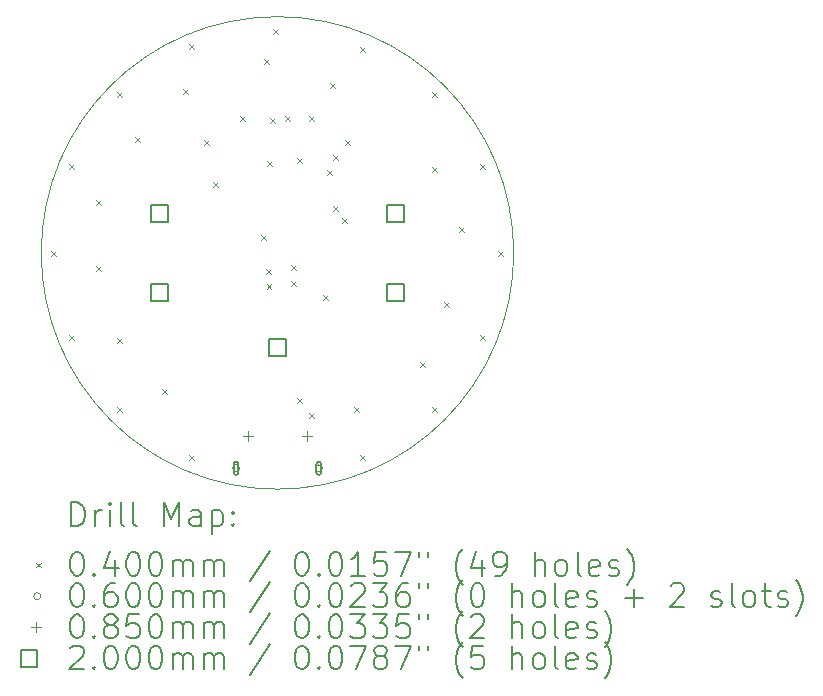
<source format=gbr>
%FSLAX45Y45*%
G04 Gerber Fmt 4.5, Leading zero omitted, Abs format (unit mm)*
G04 Created by KiCad (PCBNEW 6.0.2+dfsg-1) date 2022-08-27 16:01:28*
%MOMM*%
%LPD*%
G01*
G04 APERTURE LIST*
%TA.AperFunction,Profile*%
%ADD10C,0.050000*%
%TD*%
%ADD11C,0.200000*%
%ADD12C,0.040000*%
%ADD13C,0.060000*%
%ADD14C,0.085000*%
G04 APERTURE END LIST*
D10*
X17000000Y-10000000D02*
G75*
G03*
X17000000Y-10000000I-2000000J0D01*
G01*
D11*
D12*
X13086400Y-9987600D02*
X13126400Y-10027600D01*
X13126400Y-9987600D02*
X13086400Y-10027600D01*
X13238800Y-9251000D02*
X13278800Y-9291000D01*
X13278800Y-9251000D02*
X13238800Y-9291000D01*
X13238800Y-10698800D02*
X13278800Y-10738800D01*
X13278800Y-10698800D02*
X13238800Y-10738800D01*
X13467400Y-9555800D02*
X13507400Y-9595800D01*
X13507400Y-9555800D02*
X13467400Y-9595800D01*
X13467400Y-10114600D02*
X13507400Y-10154600D01*
X13507400Y-10114600D02*
X13467400Y-10154600D01*
X13645200Y-8641400D02*
X13685200Y-8681400D01*
X13685200Y-8641400D02*
X13645200Y-8681400D01*
X13645200Y-10724200D02*
X13685200Y-10764200D01*
X13685200Y-10724200D02*
X13645200Y-10764200D01*
X13645200Y-11308400D02*
X13685200Y-11348400D01*
X13685200Y-11308400D02*
X13645200Y-11348400D01*
X13797600Y-9022400D02*
X13837600Y-9062400D01*
X13837600Y-9022400D02*
X13797600Y-9062400D01*
X14026200Y-11156000D02*
X14066200Y-11196000D01*
X14066200Y-11156000D02*
X14026200Y-11196000D01*
X14204000Y-8616000D02*
X14244000Y-8656000D01*
X14244000Y-8616000D02*
X14204000Y-8656000D01*
X14254800Y-8235000D02*
X14294800Y-8275000D01*
X14294800Y-8235000D02*
X14254800Y-8275000D01*
X14254800Y-11714800D02*
X14294800Y-11754800D01*
X14294800Y-11714800D02*
X14254800Y-11754800D01*
X14381800Y-9047800D02*
X14421800Y-9087800D01*
X14421800Y-9047800D02*
X14381800Y-9087800D01*
X14458000Y-9403400D02*
X14498000Y-9443400D01*
X14498000Y-9403400D02*
X14458000Y-9443400D01*
X14686600Y-8844600D02*
X14726600Y-8884600D01*
X14726600Y-8844600D02*
X14686600Y-8884600D01*
X14864400Y-9847900D02*
X14904400Y-9887900D01*
X14904400Y-9847900D02*
X14864400Y-9887900D01*
X14889800Y-8362000D02*
X14929800Y-8402000D01*
X14929800Y-8362000D02*
X14889800Y-8402000D01*
X14902500Y-10140000D02*
X14942500Y-10180000D01*
X14942500Y-10140000D02*
X14902500Y-10180000D01*
X14907500Y-10267000D02*
X14947500Y-10307000D01*
X14947500Y-10267000D02*
X14907500Y-10307000D01*
X14915200Y-9225600D02*
X14955200Y-9265600D01*
X14955200Y-9225600D02*
X14915200Y-9265600D01*
X14940600Y-8857300D02*
X14980600Y-8897300D01*
X14980600Y-8857300D02*
X14940600Y-8897300D01*
X14966000Y-8108000D02*
X15006000Y-8148000D01*
X15006000Y-8108000D02*
X14966000Y-8148000D01*
X15067600Y-8844600D02*
X15107600Y-8884600D01*
X15107600Y-8844600D02*
X15067600Y-8884600D01*
X15118400Y-10101900D02*
X15158400Y-10141900D01*
X15158400Y-10101900D02*
X15118400Y-10141900D01*
X15118400Y-10241600D02*
X15158400Y-10281600D01*
X15158400Y-10241600D02*
X15118400Y-10281600D01*
X15169200Y-9200200D02*
X15209200Y-9240200D01*
X15209200Y-9200200D02*
X15169200Y-9240200D01*
X15169200Y-11232200D02*
X15209200Y-11272200D01*
X15209200Y-11232200D02*
X15169200Y-11272200D01*
X15270800Y-8844600D02*
X15310800Y-8884600D01*
X15310800Y-8844600D02*
X15270800Y-8884600D01*
X15270800Y-11359200D02*
X15310800Y-11399200D01*
X15310800Y-11359200D02*
X15270800Y-11399200D01*
X15385100Y-10355900D02*
X15425100Y-10395900D01*
X15425100Y-10355900D02*
X15385100Y-10395900D01*
X15423200Y-9301800D02*
X15463200Y-9341800D01*
X15463200Y-9301800D02*
X15423200Y-9341800D01*
X15448600Y-8565200D02*
X15488600Y-8605200D01*
X15488600Y-8565200D02*
X15448600Y-8605200D01*
X15474000Y-9174800D02*
X15514000Y-9214800D01*
X15514000Y-9174800D02*
X15474000Y-9214800D01*
X15474000Y-9606600D02*
X15514000Y-9646600D01*
X15514000Y-9606600D02*
X15474000Y-9646600D01*
X15550200Y-9708200D02*
X15590200Y-9748200D01*
X15590200Y-9708200D02*
X15550200Y-9748200D01*
X15575600Y-9047800D02*
X15615600Y-9087800D01*
X15615600Y-9047800D02*
X15575600Y-9087800D01*
X15651800Y-11308400D02*
X15691800Y-11348400D01*
X15691800Y-11308400D02*
X15651800Y-11348400D01*
X15702600Y-8260400D02*
X15742600Y-8300400D01*
X15742600Y-8260400D02*
X15702600Y-8300400D01*
X15702600Y-11714800D02*
X15742600Y-11754800D01*
X15742600Y-11714800D02*
X15702600Y-11754800D01*
X16210600Y-10927400D02*
X16250600Y-10967400D01*
X16250600Y-10927400D02*
X16210600Y-10967400D01*
X16312200Y-8641400D02*
X16352200Y-8681400D01*
X16352200Y-8641400D02*
X16312200Y-8681400D01*
X16312200Y-9276400D02*
X16352200Y-9316400D01*
X16352200Y-9276400D02*
X16312200Y-9316400D01*
X16312200Y-11308400D02*
X16352200Y-11348400D01*
X16352200Y-11308400D02*
X16312200Y-11348400D01*
X16413800Y-10419400D02*
X16453800Y-10459400D01*
X16453800Y-10419400D02*
X16413800Y-10459400D01*
X16540800Y-9784400D02*
X16580800Y-9824400D01*
X16580800Y-9784400D02*
X16540800Y-9824400D01*
X16718600Y-9251000D02*
X16758600Y-9291000D01*
X16758600Y-9251000D02*
X16718600Y-9291000D01*
X16718600Y-10698800D02*
X16758600Y-10738800D01*
X16758600Y-10698800D02*
X16718600Y-10738800D01*
X16871000Y-9987600D02*
X16911000Y-10027600D01*
X16911000Y-9987600D02*
X16871000Y-10027600D01*
D13*
X14680000Y-11823750D02*
G75*
G03*
X14680000Y-11823750I-30000J0D01*
G01*
D11*
X14670000Y-11858750D02*
X14670000Y-11788750D01*
X14630000Y-11858750D02*
X14630000Y-11788750D01*
X14670000Y-11788750D02*
G75*
G03*
X14630000Y-11788750I-20000J0D01*
G01*
X14630000Y-11858750D02*
G75*
G03*
X14670000Y-11858750I20000J0D01*
G01*
D13*
X15380000Y-11823750D02*
G75*
G03*
X15380000Y-11823750I-30000J0D01*
G01*
D11*
X15330000Y-11788750D02*
X15330000Y-11858750D01*
X15370000Y-11788750D02*
X15370000Y-11858750D01*
X15330000Y-11858750D02*
G75*
G03*
X15370000Y-11858750I20000J0D01*
G01*
X15370000Y-11788750D02*
G75*
G03*
X15330000Y-11788750I-20000J0D01*
G01*
D14*
X14750000Y-11511250D02*
X14750000Y-11596250D01*
X14707500Y-11553750D02*
X14792500Y-11553750D01*
X15250000Y-11511250D02*
X15250000Y-11596250D01*
X15207500Y-11553750D02*
X15292500Y-11553750D01*
D11*
X14070711Y-9737711D02*
X14070711Y-9596289D01*
X13929289Y-9596289D01*
X13929289Y-9737711D01*
X14070711Y-9737711D01*
X14070711Y-10403711D02*
X14070711Y-10262289D01*
X13929289Y-10262289D01*
X13929289Y-10403711D01*
X14070711Y-10403711D01*
X15070711Y-10870711D02*
X15070711Y-10729289D01*
X14929289Y-10729289D01*
X14929289Y-10870711D01*
X15070711Y-10870711D01*
X16070711Y-9737711D02*
X16070711Y-9596289D01*
X15929289Y-9596289D01*
X15929289Y-9737711D01*
X16070711Y-9737711D01*
X16070711Y-10403711D02*
X16070711Y-10262289D01*
X15929289Y-10262289D01*
X15929289Y-10403711D01*
X16070711Y-10403711D01*
X13255119Y-12312976D02*
X13255119Y-12112976D01*
X13302738Y-12112976D01*
X13331309Y-12122500D01*
X13350357Y-12141548D01*
X13359881Y-12160595D01*
X13369405Y-12198690D01*
X13369405Y-12227262D01*
X13359881Y-12265357D01*
X13350357Y-12284405D01*
X13331309Y-12303452D01*
X13302738Y-12312976D01*
X13255119Y-12312976D01*
X13455119Y-12312976D02*
X13455119Y-12179643D01*
X13455119Y-12217738D02*
X13464643Y-12198690D01*
X13474167Y-12189167D01*
X13493214Y-12179643D01*
X13512262Y-12179643D01*
X13578928Y-12312976D02*
X13578928Y-12179643D01*
X13578928Y-12112976D02*
X13569405Y-12122500D01*
X13578928Y-12132024D01*
X13588452Y-12122500D01*
X13578928Y-12112976D01*
X13578928Y-12132024D01*
X13702738Y-12312976D02*
X13683690Y-12303452D01*
X13674167Y-12284405D01*
X13674167Y-12112976D01*
X13807500Y-12312976D02*
X13788452Y-12303452D01*
X13778928Y-12284405D01*
X13778928Y-12112976D01*
X14036071Y-12312976D02*
X14036071Y-12112976D01*
X14102738Y-12255833D01*
X14169405Y-12112976D01*
X14169405Y-12312976D01*
X14350357Y-12312976D02*
X14350357Y-12208214D01*
X14340833Y-12189167D01*
X14321786Y-12179643D01*
X14283690Y-12179643D01*
X14264643Y-12189167D01*
X14350357Y-12303452D02*
X14331309Y-12312976D01*
X14283690Y-12312976D01*
X14264643Y-12303452D01*
X14255119Y-12284405D01*
X14255119Y-12265357D01*
X14264643Y-12246309D01*
X14283690Y-12236786D01*
X14331309Y-12236786D01*
X14350357Y-12227262D01*
X14445595Y-12179643D02*
X14445595Y-12379643D01*
X14445595Y-12189167D02*
X14464643Y-12179643D01*
X14502738Y-12179643D01*
X14521786Y-12189167D01*
X14531309Y-12198690D01*
X14540833Y-12217738D01*
X14540833Y-12274881D01*
X14531309Y-12293928D01*
X14521786Y-12303452D01*
X14502738Y-12312976D01*
X14464643Y-12312976D01*
X14445595Y-12303452D01*
X14626548Y-12293928D02*
X14636071Y-12303452D01*
X14626548Y-12312976D01*
X14617024Y-12303452D01*
X14626548Y-12293928D01*
X14626548Y-12312976D01*
X14626548Y-12189167D02*
X14636071Y-12198690D01*
X14626548Y-12208214D01*
X14617024Y-12198690D01*
X14626548Y-12189167D01*
X14626548Y-12208214D01*
D12*
X12957500Y-12622500D02*
X12997500Y-12662500D01*
X12997500Y-12622500D02*
X12957500Y-12662500D01*
D11*
X13293214Y-12532976D02*
X13312262Y-12532976D01*
X13331309Y-12542500D01*
X13340833Y-12552024D01*
X13350357Y-12571071D01*
X13359881Y-12609167D01*
X13359881Y-12656786D01*
X13350357Y-12694881D01*
X13340833Y-12713928D01*
X13331309Y-12723452D01*
X13312262Y-12732976D01*
X13293214Y-12732976D01*
X13274167Y-12723452D01*
X13264643Y-12713928D01*
X13255119Y-12694881D01*
X13245595Y-12656786D01*
X13245595Y-12609167D01*
X13255119Y-12571071D01*
X13264643Y-12552024D01*
X13274167Y-12542500D01*
X13293214Y-12532976D01*
X13445595Y-12713928D02*
X13455119Y-12723452D01*
X13445595Y-12732976D01*
X13436071Y-12723452D01*
X13445595Y-12713928D01*
X13445595Y-12732976D01*
X13626548Y-12599643D02*
X13626548Y-12732976D01*
X13578928Y-12523452D02*
X13531309Y-12666309D01*
X13655119Y-12666309D01*
X13769405Y-12532976D02*
X13788452Y-12532976D01*
X13807500Y-12542500D01*
X13817024Y-12552024D01*
X13826548Y-12571071D01*
X13836071Y-12609167D01*
X13836071Y-12656786D01*
X13826548Y-12694881D01*
X13817024Y-12713928D01*
X13807500Y-12723452D01*
X13788452Y-12732976D01*
X13769405Y-12732976D01*
X13750357Y-12723452D01*
X13740833Y-12713928D01*
X13731309Y-12694881D01*
X13721786Y-12656786D01*
X13721786Y-12609167D01*
X13731309Y-12571071D01*
X13740833Y-12552024D01*
X13750357Y-12542500D01*
X13769405Y-12532976D01*
X13959881Y-12532976D02*
X13978928Y-12532976D01*
X13997976Y-12542500D01*
X14007500Y-12552024D01*
X14017024Y-12571071D01*
X14026548Y-12609167D01*
X14026548Y-12656786D01*
X14017024Y-12694881D01*
X14007500Y-12713928D01*
X13997976Y-12723452D01*
X13978928Y-12732976D01*
X13959881Y-12732976D01*
X13940833Y-12723452D01*
X13931309Y-12713928D01*
X13921786Y-12694881D01*
X13912262Y-12656786D01*
X13912262Y-12609167D01*
X13921786Y-12571071D01*
X13931309Y-12552024D01*
X13940833Y-12542500D01*
X13959881Y-12532976D01*
X14112262Y-12732976D02*
X14112262Y-12599643D01*
X14112262Y-12618690D02*
X14121786Y-12609167D01*
X14140833Y-12599643D01*
X14169405Y-12599643D01*
X14188452Y-12609167D01*
X14197976Y-12628214D01*
X14197976Y-12732976D01*
X14197976Y-12628214D02*
X14207500Y-12609167D01*
X14226548Y-12599643D01*
X14255119Y-12599643D01*
X14274167Y-12609167D01*
X14283690Y-12628214D01*
X14283690Y-12732976D01*
X14378928Y-12732976D02*
X14378928Y-12599643D01*
X14378928Y-12618690D02*
X14388452Y-12609167D01*
X14407500Y-12599643D01*
X14436071Y-12599643D01*
X14455119Y-12609167D01*
X14464643Y-12628214D01*
X14464643Y-12732976D01*
X14464643Y-12628214D02*
X14474167Y-12609167D01*
X14493214Y-12599643D01*
X14521786Y-12599643D01*
X14540833Y-12609167D01*
X14550357Y-12628214D01*
X14550357Y-12732976D01*
X14940833Y-12523452D02*
X14769405Y-12780595D01*
X15197976Y-12532976D02*
X15217024Y-12532976D01*
X15236071Y-12542500D01*
X15245595Y-12552024D01*
X15255119Y-12571071D01*
X15264643Y-12609167D01*
X15264643Y-12656786D01*
X15255119Y-12694881D01*
X15245595Y-12713928D01*
X15236071Y-12723452D01*
X15217024Y-12732976D01*
X15197976Y-12732976D01*
X15178928Y-12723452D01*
X15169405Y-12713928D01*
X15159881Y-12694881D01*
X15150357Y-12656786D01*
X15150357Y-12609167D01*
X15159881Y-12571071D01*
X15169405Y-12552024D01*
X15178928Y-12542500D01*
X15197976Y-12532976D01*
X15350357Y-12713928D02*
X15359881Y-12723452D01*
X15350357Y-12732976D01*
X15340833Y-12723452D01*
X15350357Y-12713928D01*
X15350357Y-12732976D01*
X15483690Y-12532976D02*
X15502738Y-12532976D01*
X15521786Y-12542500D01*
X15531309Y-12552024D01*
X15540833Y-12571071D01*
X15550357Y-12609167D01*
X15550357Y-12656786D01*
X15540833Y-12694881D01*
X15531309Y-12713928D01*
X15521786Y-12723452D01*
X15502738Y-12732976D01*
X15483690Y-12732976D01*
X15464643Y-12723452D01*
X15455119Y-12713928D01*
X15445595Y-12694881D01*
X15436071Y-12656786D01*
X15436071Y-12609167D01*
X15445595Y-12571071D01*
X15455119Y-12552024D01*
X15464643Y-12542500D01*
X15483690Y-12532976D01*
X15740833Y-12732976D02*
X15626548Y-12732976D01*
X15683690Y-12732976D02*
X15683690Y-12532976D01*
X15664643Y-12561548D01*
X15645595Y-12580595D01*
X15626548Y-12590119D01*
X15921786Y-12532976D02*
X15826548Y-12532976D01*
X15817024Y-12628214D01*
X15826548Y-12618690D01*
X15845595Y-12609167D01*
X15893214Y-12609167D01*
X15912262Y-12618690D01*
X15921786Y-12628214D01*
X15931309Y-12647262D01*
X15931309Y-12694881D01*
X15921786Y-12713928D01*
X15912262Y-12723452D01*
X15893214Y-12732976D01*
X15845595Y-12732976D01*
X15826548Y-12723452D01*
X15817024Y-12713928D01*
X15997976Y-12532976D02*
X16131309Y-12532976D01*
X16045595Y-12732976D01*
X16197976Y-12532976D02*
X16197976Y-12571071D01*
X16274167Y-12532976D02*
X16274167Y-12571071D01*
X16569405Y-12809167D02*
X16559881Y-12799643D01*
X16540833Y-12771071D01*
X16531309Y-12752024D01*
X16521786Y-12723452D01*
X16512262Y-12675833D01*
X16512262Y-12637738D01*
X16521786Y-12590119D01*
X16531309Y-12561548D01*
X16540833Y-12542500D01*
X16559881Y-12513928D01*
X16569405Y-12504405D01*
X16731309Y-12599643D02*
X16731309Y-12732976D01*
X16683690Y-12523452D02*
X16636071Y-12666309D01*
X16759881Y-12666309D01*
X16845595Y-12732976D02*
X16883690Y-12732976D01*
X16902738Y-12723452D01*
X16912262Y-12713928D01*
X16931310Y-12685357D01*
X16940833Y-12647262D01*
X16940833Y-12571071D01*
X16931310Y-12552024D01*
X16921786Y-12542500D01*
X16902738Y-12532976D01*
X16864643Y-12532976D01*
X16845595Y-12542500D01*
X16836071Y-12552024D01*
X16826548Y-12571071D01*
X16826548Y-12618690D01*
X16836071Y-12637738D01*
X16845595Y-12647262D01*
X16864643Y-12656786D01*
X16902738Y-12656786D01*
X16921786Y-12647262D01*
X16931310Y-12637738D01*
X16940833Y-12618690D01*
X17178929Y-12732976D02*
X17178929Y-12532976D01*
X17264643Y-12732976D02*
X17264643Y-12628214D01*
X17255119Y-12609167D01*
X17236071Y-12599643D01*
X17207500Y-12599643D01*
X17188452Y-12609167D01*
X17178929Y-12618690D01*
X17388452Y-12732976D02*
X17369405Y-12723452D01*
X17359881Y-12713928D01*
X17350357Y-12694881D01*
X17350357Y-12637738D01*
X17359881Y-12618690D01*
X17369405Y-12609167D01*
X17388452Y-12599643D01*
X17417024Y-12599643D01*
X17436071Y-12609167D01*
X17445595Y-12618690D01*
X17455119Y-12637738D01*
X17455119Y-12694881D01*
X17445595Y-12713928D01*
X17436071Y-12723452D01*
X17417024Y-12732976D01*
X17388452Y-12732976D01*
X17569405Y-12732976D02*
X17550357Y-12723452D01*
X17540833Y-12704405D01*
X17540833Y-12532976D01*
X17721786Y-12723452D02*
X17702738Y-12732976D01*
X17664643Y-12732976D01*
X17645595Y-12723452D01*
X17636071Y-12704405D01*
X17636071Y-12628214D01*
X17645595Y-12609167D01*
X17664643Y-12599643D01*
X17702738Y-12599643D01*
X17721786Y-12609167D01*
X17731310Y-12628214D01*
X17731310Y-12647262D01*
X17636071Y-12666309D01*
X17807500Y-12723452D02*
X17826548Y-12732976D01*
X17864643Y-12732976D01*
X17883690Y-12723452D01*
X17893214Y-12704405D01*
X17893214Y-12694881D01*
X17883690Y-12675833D01*
X17864643Y-12666309D01*
X17836071Y-12666309D01*
X17817024Y-12656786D01*
X17807500Y-12637738D01*
X17807500Y-12628214D01*
X17817024Y-12609167D01*
X17836071Y-12599643D01*
X17864643Y-12599643D01*
X17883690Y-12609167D01*
X17959881Y-12809167D02*
X17969405Y-12799643D01*
X17988452Y-12771071D01*
X17997976Y-12752024D01*
X18007500Y-12723452D01*
X18017024Y-12675833D01*
X18017024Y-12637738D01*
X18007500Y-12590119D01*
X17997976Y-12561548D01*
X17988452Y-12542500D01*
X17969405Y-12513928D01*
X17959881Y-12504405D01*
D13*
X12997500Y-12906500D02*
G75*
G03*
X12997500Y-12906500I-30000J0D01*
G01*
D11*
X13293214Y-12796976D02*
X13312262Y-12796976D01*
X13331309Y-12806500D01*
X13340833Y-12816024D01*
X13350357Y-12835071D01*
X13359881Y-12873167D01*
X13359881Y-12920786D01*
X13350357Y-12958881D01*
X13340833Y-12977928D01*
X13331309Y-12987452D01*
X13312262Y-12996976D01*
X13293214Y-12996976D01*
X13274167Y-12987452D01*
X13264643Y-12977928D01*
X13255119Y-12958881D01*
X13245595Y-12920786D01*
X13245595Y-12873167D01*
X13255119Y-12835071D01*
X13264643Y-12816024D01*
X13274167Y-12806500D01*
X13293214Y-12796976D01*
X13445595Y-12977928D02*
X13455119Y-12987452D01*
X13445595Y-12996976D01*
X13436071Y-12987452D01*
X13445595Y-12977928D01*
X13445595Y-12996976D01*
X13626548Y-12796976D02*
X13588452Y-12796976D01*
X13569405Y-12806500D01*
X13559881Y-12816024D01*
X13540833Y-12844595D01*
X13531309Y-12882690D01*
X13531309Y-12958881D01*
X13540833Y-12977928D01*
X13550357Y-12987452D01*
X13569405Y-12996976D01*
X13607500Y-12996976D01*
X13626548Y-12987452D01*
X13636071Y-12977928D01*
X13645595Y-12958881D01*
X13645595Y-12911262D01*
X13636071Y-12892214D01*
X13626548Y-12882690D01*
X13607500Y-12873167D01*
X13569405Y-12873167D01*
X13550357Y-12882690D01*
X13540833Y-12892214D01*
X13531309Y-12911262D01*
X13769405Y-12796976D02*
X13788452Y-12796976D01*
X13807500Y-12806500D01*
X13817024Y-12816024D01*
X13826548Y-12835071D01*
X13836071Y-12873167D01*
X13836071Y-12920786D01*
X13826548Y-12958881D01*
X13817024Y-12977928D01*
X13807500Y-12987452D01*
X13788452Y-12996976D01*
X13769405Y-12996976D01*
X13750357Y-12987452D01*
X13740833Y-12977928D01*
X13731309Y-12958881D01*
X13721786Y-12920786D01*
X13721786Y-12873167D01*
X13731309Y-12835071D01*
X13740833Y-12816024D01*
X13750357Y-12806500D01*
X13769405Y-12796976D01*
X13959881Y-12796976D02*
X13978928Y-12796976D01*
X13997976Y-12806500D01*
X14007500Y-12816024D01*
X14017024Y-12835071D01*
X14026548Y-12873167D01*
X14026548Y-12920786D01*
X14017024Y-12958881D01*
X14007500Y-12977928D01*
X13997976Y-12987452D01*
X13978928Y-12996976D01*
X13959881Y-12996976D01*
X13940833Y-12987452D01*
X13931309Y-12977928D01*
X13921786Y-12958881D01*
X13912262Y-12920786D01*
X13912262Y-12873167D01*
X13921786Y-12835071D01*
X13931309Y-12816024D01*
X13940833Y-12806500D01*
X13959881Y-12796976D01*
X14112262Y-12996976D02*
X14112262Y-12863643D01*
X14112262Y-12882690D02*
X14121786Y-12873167D01*
X14140833Y-12863643D01*
X14169405Y-12863643D01*
X14188452Y-12873167D01*
X14197976Y-12892214D01*
X14197976Y-12996976D01*
X14197976Y-12892214D02*
X14207500Y-12873167D01*
X14226548Y-12863643D01*
X14255119Y-12863643D01*
X14274167Y-12873167D01*
X14283690Y-12892214D01*
X14283690Y-12996976D01*
X14378928Y-12996976D02*
X14378928Y-12863643D01*
X14378928Y-12882690D02*
X14388452Y-12873167D01*
X14407500Y-12863643D01*
X14436071Y-12863643D01*
X14455119Y-12873167D01*
X14464643Y-12892214D01*
X14464643Y-12996976D01*
X14464643Y-12892214D02*
X14474167Y-12873167D01*
X14493214Y-12863643D01*
X14521786Y-12863643D01*
X14540833Y-12873167D01*
X14550357Y-12892214D01*
X14550357Y-12996976D01*
X14940833Y-12787452D02*
X14769405Y-13044595D01*
X15197976Y-12796976D02*
X15217024Y-12796976D01*
X15236071Y-12806500D01*
X15245595Y-12816024D01*
X15255119Y-12835071D01*
X15264643Y-12873167D01*
X15264643Y-12920786D01*
X15255119Y-12958881D01*
X15245595Y-12977928D01*
X15236071Y-12987452D01*
X15217024Y-12996976D01*
X15197976Y-12996976D01*
X15178928Y-12987452D01*
X15169405Y-12977928D01*
X15159881Y-12958881D01*
X15150357Y-12920786D01*
X15150357Y-12873167D01*
X15159881Y-12835071D01*
X15169405Y-12816024D01*
X15178928Y-12806500D01*
X15197976Y-12796976D01*
X15350357Y-12977928D02*
X15359881Y-12987452D01*
X15350357Y-12996976D01*
X15340833Y-12987452D01*
X15350357Y-12977928D01*
X15350357Y-12996976D01*
X15483690Y-12796976D02*
X15502738Y-12796976D01*
X15521786Y-12806500D01*
X15531309Y-12816024D01*
X15540833Y-12835071D01*
X15550357Y-12873167D01*
X15550357Y-12920786D01*
X15540833Y-12958881D01*
X15531309Y-12977928D01*
X15521786Y-12987452D01*
X15502738Y-12996976D01*
X15483690Y-12996976D01*
X15464643Y-12987452D01*
X15455119Y-12977928D01*
X15445595Y-12958881D01*
X15436071Y-12920786D01*
X15436071Y-12873167D01*
X15445595Y-12835071D01*
X15455119Y-12816024D01*
X15464643Y-12806500D01*
X15483690Y-12796976D01*
X15626548Y-12816024D02*
X15636071Y-12806500D01*
X15655119Y-12796976D01*
X15702738Y-12796976D01*
X15721786Y-12806500D01*
X15731309Y-12816024D01*
X15740833Y-12835071D01*
X15740833Y-12854119D01*
X15731309Y-12882690D01*
X15617024Y-12996976D01*
X15740833Y-12996976D01*
X15807500Y-12796976D02*
X15931309Y-12796976D01*
X15864643Y-12873167D01*
X15893214Y-12873167D01*
X15912262Y-12882690D01*
X15921786Y-12892214D01*
X15931309Y-12911262D01*
X15931309Y-12958881D01*
X15921786Y-12977928D01*
X15912262Y-12987452D01*
X15893214Y-12996976D01*
X15836071Y-12996976D01*
X15817024Y-12987452D01*
X15807500Y-12977928D01*
X16102738Y-12796976D02*
X16064643Y-12796976D01*
X16045595Y-12806500D01*
X16036071Y-12816024D01*
X16017024Y-12844595D01*
X16007500Y-12882690D01*
X16007500Y-12958881D01*
X16017024Y-12977928D01*
X16026548Y-12987452D01*
X16045595Y-12996976D01*
X16083690Y-12996976D01*
X16102738Y-12987452D01*
X16112262Y-12977928D01*
X16121786Y-12958881D01*
X16121786Y-12911262D01*
X16112262Y-12892214D01*
X16102738Y-12882690D01*
X16083690Y-12873167D01*
X16045595Y-12873167D01*
X16026548Y-12882690D01*
X16017024Y-12892214D01*
X16007500Y-12911262D01*
X16197976Y-12796976D02*
X16197976Y-12835071D01*
X16274167Y-12796976D02*
X16274167Y-12835071D01*
X16569405Y-13073167D02*
X16559881Y-13063643D01*
X16540833Y-13035071D01*
X16531309Y-13016024D01*
X16521786Y-12987452D01*
X16512262Y-12939833D01*
X16512262Y-12901738D01*
X16521786Y-12854119D01*
X16531309Y-12825548D01*
X16540833Y-12806500D01*
X16559881Y-12777928D01*
X16569405Y-12768405D01*
X16683690Y-12796976D02*
X16702738Y-12796976D01*
X16721786Y-12806500D01*
X16731309Y-12816024D01*
X16740833Y-12835071D01*
X16750357Y-12873167D01*
X16750357Y-12920786D01*
X16740833Y-12958881D01*
X16731309Y-12977928D01*
X16721786Y-12987452D01*
X16702738Y-12996976D01*
X16683690Y-12996976D01*
X16664643Y-12987452D01*
X16655119Y-12977928D01*
X16645595Y-12958881D01*
X16636071Y-12920786D01*
X16636071Y-12873167D01*
X16645595Y-12835071D01*
X16655119Y-12816024D01*
X16664643Y-12806500D01*
X16683690Y-12796976D01*
X16988452Y-12996976D02*
X16988452Y-12796976D01*
X17074167Y-12996976D02*
X17074167Y-12892214D01*
X17064643Y-12873167D01*
X17045595Y-12863643D01*
X17017024Y-12863643D01*
X16997976Y-12873167D01*
X16988452Y-12882690D01*
X17197976Y-12996976D02*
X17178929Y-12987452D01*
X17169405Y-12977928D01*
X17159881Y-12958881D01*
X17159881Y-12901738D01*
X17169405Y-12882690D01*
X17178929Y-12873167D01*
X17197976Y-12863643D01*
X17226548Y-12863643D01*
X17245595Y-12873167D01*
X17255119Y-12882690D01*
X17264643Y-12901738D01*
X17264643Y-12958881D01*
X17255119Y-12977928D01*
X17245595Y-12987452D01*
X17226548Y-12996976D01*
X17197976Y-12996976D01*
X17378929Y-12996976D02*
X17359881Y-12987452D01*
X17350357Y-12968405D01*
X17350357Y-12796976D01*
X17531310Y-12987452D02*
X17512262Y-12996976D01*
X17474167Y-12996976D01*
X17455119Y-12987452D01*
X17445595Y-12968405D01*
X17445595Y-12892214D01*
X17455119Y-12873167D01*
X17474167Y-12863643D01*
X17512262Y-12863643D01*
X17531310Y-12873167D01*
X17540833Y-12892214D01*
X17540833Y-12911262D01*
X17445595Y-12930309D01*
X17617024Y-12987452D02*
X17636071Y-12996976D01*
X17674167Y-12996976D01*
X17693214Y-12987452D01*
X17702738Y-12968405D01*
X17702738Y-12958881D01*
X17693214Y-12939833D01*
X17674167Y-12930309D01*
X17645595Y-12930309D01*
X17626548Y-12920786D01*
X17617024Y-12901738D01*
X17617024Y-12892214D01*
X17626548Y-12873167D01*
X17645595Y-12863643D01*
X17674167Y-12863643D01*
X17693214Y-12873167D01*
X17940833Y-12920786D02*
X18093214Y-12920786D01*
X18017024Y-12996976D02*
X18017024Y-12844595D01*
X18331310Y-12816024D02*
X18340833Y-12806500D01*
X18359881Y-12796976D01*
X18407500Y-12796976D01*
X18426548Y-12806500D01*
X18436071Y-12816024D01*
X18445595Y-12835071D01*
X18445595Y-12854119D01*
X18436071Y-12882690D01*
X18321786Y-12996976D01*
X18445595Y-12996976D01*
X18674167Y-12987452D02*
X18693214Y-12996976D01*
X18731310Y-12996976D01*
X18750357Y-12987452D01*
X18759881Y-12968405D01*
X18759881Y-12958881D01*
X18750357Y-12939833D01*
X18731310Y-12930309D01*
X18702738Y-12930309D01*
X18683690Y-12920786D01*
X18674167Y-12901738D01*
X18674167Y-12892214D01*
X18683690Y-12873167D01*
X18702738Y-12863643D01*
X18731310Y-12863643D01*
X18750357Y-12873167D01*
X18874167Y-12996976D02*
X18855119Y-12987452D01*
X18845595Y-12968405D01*
X18845595Y-12796976D01*
X18978929Y-12996976D02*
X18959881Y-12987452D01*
X18950357Y-12977928D01*
X18940833Y-12958881D01*
X18940833Y-12901738D01*
X18950357Y-12882690D01*
X18959881Y-12873167D01*
X18978929Y-12863643D01*
X19007500Y-12863643D01*
X19026548Y-12873167D01*
X19036071Y-12882690D01*
X19045595Y-12901738D01*
X19045595Y-12958881D01*
X19036071Y-12977928D01*
X19026548Y-12987452D01*
X19007500Y-12996976D01*
X18978929Y-12996976D01*
X19102738Y-12863643D02*
X19178929Y-12863643D01*
X19131310Y-12796976D02*
X19131310Y-12968405D01*
X19140833Y-12987452D01*
X19159881Y-12996976D01*
X19178929Y-12996976D01*
X19236071Y-12987452D02*
X19255119Y-12996976D01*
X19293214Y-12996976D01*
X19312262Y-12987452D01*
X19321786Y-12968405D01*
X19321786Y-12958881D01*
X19312262Y-12939833D01*
X19293214Y-12930309D01*
X19264643Y-12930309D01*
X19245595Y-12920786D01*
X19236071Y-12901738D01*
X19236071Y-12892214D01*
X19245595Y-12873167D01*
X19264643Y-12863643D01*
X19293214Y-12863643D01*
X19312262Y-12873167D01*
X19388452Y-13073167D02*
X19397976Y-13063643D01*
X19417024Y-13035071D01*
X19426548Y-13016024D01*
X19436071Y-12987452D01*
X19445595Y-12939833D01*
X19445595Y-12901738D01*
X19436071Y-12854119D01*
X19426548Y-12825548D01*
X19417024Y-12806500D01*
X19397976Y-12777928D01*
X19388452Y-12768405D01*
D14*
X12955000Y-13128000D02*
X12955000Y-13213000D01*
X12912500Y-13170500D02*
X12997500Y-13170500D01*
D11*
X13293214Y-13060976D02*
X13312262Y-13060976D01*
X13331309Y-13070500D01*
X13340833Y-13080024D01*
X13350357Y-13099071D01*
X13359881Y-13137167D01*
X13359881Y-13184786D01*
X13350357Y-13222881D01*
X13340833Y-13241928D01*
X13331309Y-13251452D01*
X13312262Y-13260976D01*
X13293214Y-13260976D01*
X13274167Y-13251452D01*
X13264643Y-13241928D01*
X13255119Y-13222881D01*
X13245595Y-13184786D01*
X13245595Y-13137167D01*
X13255119Y-13099071D01*
X13264643Y-13080024D01*
X13274167Y-13070500D01*
X13293214Y-13060976D01*
X13445595Y-13241928D02*
X13455119Y-13251452D01*
X13445595Y-13260976D01*
X13436071Y-13251452D01*
X13445595Y-13241928D01*
X13445595Y-13260976D01*
X13569405Y-13146690D02*
X13550357Y-13137167D01*
X13540833Y-13127643D01*
X13531309Y-13108595D01*
X13531309Y-13099071D01*
X13540833Y-13080024D01*
X13550357Y-13070500D01*
X13569405Y-13060976D01*
X13607500Y-13060976D01*
X13626548Y-13070500D01*
X13636071Y-13080024D01*
X13645595Y-13099071D01*
X13645595Y-13108595D01*
X13636071Y-13127643D01*
X13626548Y-13137167D01*
X13607500Y-13146690D01*
X13569405Y-13146690D01*
X13550357Y-13156214D01*
X13540833Y-13165738D01*
X13531309Y-13184786D01*
X13531309Y-13222881D01*
X13540833Y-13241928D01*
X13550357Y-13251452D01*
X13569405Y-13260976D01*
X13607500Y-13260976D01*
X13626548Y-13251452D01*
X13636071Y-13241928D01*
X13645595Y-13222881D01*
X13645595Y-13184786D01*
X13636071Y-13165738D01*
X13626548Y-13156214D01*
X13607500Y-13146690D01*
X13826548Y-13060976D02*
X13731309Y-13060976D01*
X13721786Y-13156214D01*
X13731309Y-13146690D01*
X13750357Y-13137167D01*
X13797976Y-13137167D01*
X13817024Y-13146690D01*
X13826548Y-13156214D01*
X13836071Y-13175262D01*
X13836071Y-13222881D01*
X13826548Y-13241928D01*
X13817024Y-13251452D01*
X13797976Y-13260976D01*
X13750357Y-13260976D01*
X13731309Y-13251452D01*
X13721786Y-13241928D01*
X13959881Y-13060976D02*
X13978928Y-13060976D01*
X13997976Y-13070500D01*
X14007500Y-13080024D01*
X14017024Y-13099071D01*
X14026548Y-13137167D01*
X14026548Y-13184786D01*
X14017024Y-13222881D01*
X14007500Y-13241928D01*
X13997976Y-13251452D01*
X13978928Y-13260976D01*
X13959881Y-13260976D01*
X13940833Y-13251452D01*
X13931309Y-13241928D01*
X13921786Y-13222881D01*
X13912262Y-13184786D01*
X13912262Y-13137167D01*
X13921786Y-13099071D01*
X13931309Y-13080024D01*
X13940833Y-13070500D01*
X13959881Y-13060976D01*
X14112262Y-13260976D02*
X14112262Y-13127643D01*
X14112262Y-13146690D02*
X14121786Y-13137167D01*
X14140833Y-13127643D01*
X14169405Y-13127643D01*
X14188452Y-13137167D01*
X14197976Y-13156214D01*
X14197976Y-13260976D01*
X14197976Y-13156214D02*
X14207500Y-13137167D01*
X14226548Y-13127643D01*
X14255119Y-13127643D01*
X14274167Y-13137167D01*
X14283690Y-13156214D01*
X14283690Y-13260976D01*
X14378928Y-13260976D02*
X14378928Y-13127643D01*
X14378928Y-13146690D02*
X14388452Y-13137167D01*
X14407500Y-13127643D01*
X14436071Y-13127643D01*
X14455119Y-13137167D01*
X14464643Y-13156214D01*
X14464643Y-13260976D01*
X14464643Y-13156214D02*
X14474167Y-13137167D01*
X14493214Y-13127643D01*
X14521786Y-13127643D01*
X14540833Y-13137167D01*
X14550357Y-13156214D01*
X14550357Y-13260976D01*
X14940833Y-13051452D02*
X14769405Y-13308595D01*
X15197976Y-13060976D02*
X15217024Y-13060976D01*
X15236071Y-13070500D01*
X15245595Y-13080024D01*
X15255119Y-13099071D01*
X15264643Y-13137167D01*
X15264643Y-13184786D01*
X15255119Y-13222881D01*
X15245595Y-13241928D01*
X15236071Y-13251452D01*
X15217024Y-13260976D01*
X15197976Y-13260976D01*
X15178928Y-13251452D01*
X15169405Y-13241928D01*
X15159881Y-13222881D01*
X15150357Y-13184786D01*
X15150357Y-13137167D01*
X15159881Y-13099071D01*
X15169405Y-13080024D01*
X15178928Y-13070500D01*
X15197976Y-13060976D01*
X15350357Y-13241928D02*
X15359881Y-13251452D01*
X15350357Y-13260976D01*
X15340833Y-13251452D01*
X15350357Y-13241928D01*
X15350357Y-13260976D01*
X15483690Y-13060976D02*
X15502738Y-13060976D01*
X15521786Y-13070500D01*
X15531309Y-13080024D01*
X15540833Y-13099071D01*
X15550357Y-13137167D01*
X15550357Y-13184786D01*
X15540833Y-13222881D01*
X15531309Y-13241928D01*
X15521786Y-13251452D01*
X15502738Y-13260976D01*
X15483690Y-13260976D01*
X15464643Y-13251452D01*
X15455119Y-13241928D01*
X15445595Y-13222881D01*
X15436071Y-13184786D01*
X15436071Y-13137167D01*
X15445595Y-13099071D01*
X15455119Y-13080024D01*
X15464643Y-13070500D01*
X15483690Y-13060976D01*
X15617024Y-13060976D02*
X15740833Y-13060976D01*
X15674167Y-13137167D01*
X15702738Y-13137167D01*
X15721786Y-13146690D01*
X15731309Y-13156214D01*
X15740833Y-13175262D01*
X15740833Y-13222881D01*
X15731309Y-13241928D01*
X15721786Y-13251452D01*
X15702738Y-13260976D01*
X15645595Y-13260976D01*
X15626548Y-13251452D01*
X15617024Y-13241928D01*
X15807500Y-13060976D02*
X15931309Y-13060976D01*
X15864643Y-13137167D01*
X15893214Y-13137167D01*
X15912262Y-13146690D01*
X15921786Y-13156214D01*
X15931309Y-13175262D01*
X15931309Y-13222881D01*
X15921786Y-13241928D01*
X15912262Y-13251452D01*
X15893214Y-13260976D01*
X15836071Y-13260976D01*
X15817024Y-13251452D01*
X15807500Y-13241928D01*
X16112262Y-13060976D02*
X16017024Y-13060976D01*
X16007500Y-13156214D01*
X16017024Y-13146690D01*
X16036071Y-13137167D01*
X16083690Y-13137167D01*
X16102738Y-13146690D01*
X16112262Y-13156214D01*
X16121786Y-13175262D01*
X16121786Y-13222881D01*
X16112262Y-13241928D01*
X16102738Y-13251452D01*
X16083690Y-13260976D01*
X16036071Y-13260976D01*
X16017024Y-13251452D01*
X16007500Y-13241928D01*
X16197976Y-13060976D02*
X16197976Y-13099071D01*
X16274167Y-13060976D02*
X16274167Y-13099071D01*
X16569405Y-13337167D02*
X16559881Y-13327643D01*
X16540833Y-13299071D01*
X16531309Y-13280024D01*
X16521786Y-13251452D01*
X16512262Y-13203833D01*
X16512262Y-13165738D01*
X16521786Y-13118119D01*
X16531309Y-13089548D01*
X16540833Y-13070500D01*
X16559881Y-13041928D01*
X16569405Y-13032405D01*
X16636071Y-13080024D02*
X16645595Y-13070500D01*
X16664643Y-13060976D01*
X16712262Y-13060976D01*
X16731309Y-13070500D01*
X16740833Y-13080024D01*
X16750357Y-13099071D01*
X16750357Y-13118119D01*
X16740833Y-13146690D01*
X16626548Y-13260976D01*
X16750357Y-13260976D01*
X16988452Y-13260976D02*
X16988452Y-13060976D01*
X17074167Y-13260976D02*
X17074167Y-13156214D01*
X17064643Y-13137167D01*
X17045595Y-13127643D01*
X17017024Y-13127643D01*
X16997976Y-13137167D01*
X16988452Y-13146690D01*
X17197976Y-13260976D02*
X17178929Y-13251452D01*
X17169405Y-13241928D01*
X17159881Y-13222881D01*
X17159881Y-13165738D01*
X17169405Y-13146690D01*
X17178929Y-13137167D01*
X17197976Y-13127643D01*
X17226548Y-13127643D01*
X17245595Y-13137167D01*
X17255119Y-13146690D01*
X17264643Y-13165738D01*
X17264643Y-13222881D01*
X17255119Y-13241928D01*
X17245595Y-13251452D01*
X17226548Y-13260976D01*
X17197976Y-13260976D01*
X17378929Y-13260976D02*
X17359881Y-13251452D01*
X17350357Y-13232405D01*
X17350357Y-13060976D01*
X17531310Y-13251452D02*
X17512262Y-13260976D01*
X17474167Y-13260976D01*
X17455119Y-13251452D01*
X17445595Y-13232405D01*
X17445595Y-13156214D01*
X17455119Y-13137167D01*
X17474167Y-13127643D01*
X17512262Y-13127643D01*
X17531310Y-13137167D01*
X17540833Y-13156214D01*
X17540833Y-13175262D01*
X17445595Y-13194309D01*
X17617024Y-13251452D02*
X17636071Y-13260976D01*
X17674167Y-13260976D01*
X17693214Y-13251452D01*
X17702738Y-13232405D01*
X17702738Y-13222881D01*
X17693214Y-13203833D01*
X17674167Y-13194309D01*
X17645595Y-13194309D01*
X17626548Y-13184786D01*
X17617024Y-13165738D01*
X17617024Y-13156214D01*
X17626548Y-13137167D01*
X17645595Y-13127643D01*
X17674167Y-13127643D01*
X17693214Y-13137167D01*
X17769405Y-13337167D02*
X17778929Y-13327643D01*
X17797976Y-13299071D01*
X17807500Y-13280024D01*
X17817024Y-13251452D01*
X17826548Y-13203833D01*
X17826548Y-13165738D01*
X17817024Y-13118119D01*
X17807500Y-13089548D01*
X17797976Y-13070500D01*
X17778929Y-13041928D01*
X17769405Y-13032405D01*
X12968211Y-13505211D02*
X12968211Y-13363789D01*
X12826789Y-13363789D01*
X12826789Y-13505211D01*
X12968211Y-13505211D01*
X13245595Y-13344024D02*
X13255119Y-13334500D01*
X13274167Y-13324976D01*
X13321786Y-13324976D01*
X13340833Y-13334500D01*
X13350357Y-13344024D01*
X13359881Y-13363071D01*
X13359881Y-13382119D01*
X13350357Y-13410690D01*
X13236071Y-13524976D01*
X13359881Y-13524976D01*
X13445595Y-13505928D02*
X13455119Y-13515452D01*
X13445595Y-13524976D01*
X13436071Y-13515452D01*
X13445595Y-13505928D01*
X13445595Y-13524976D01*
X13578928Y-13324976D02*
X13597976Y-13324976D01*
X13617024Y-13334500D01*
X13626548Y-13344024D01*
X13636071Y-13363071D01*
X13645595Y-13401167D01*
X13645595Y-13448786D01*
X13636071Y-13486881D01*
X13626548Y-13505928D01*
X13617024Y-13515452D01*
X13597976Y-13524976D01*
X13578928Y-13524976D01*
X13559881Y-13515452D01*
X13550357Y-13505928D01*
X13540833Y-13486881D01*
X13531309Y-13448786D01*
X13531309Y-13401167D01*
X13540833Y-13363071D01*
X13550357Y-13344024D01*
X13559881Y-13334500D01*
X13578928Y-13324976D01*
X13769405Y-13324976D02*
X13788452Y-13324976D01*
X13807500Y-13334500D01*
X13817024Y-13344024D01*
X13826548Y-13363071D01*
X13836071Y-13401167D01*
X13836071Y-13448786D01*
X13826548Y-13486881D01*
X13817024Y-13505928D01*
X13807500Y-13515452D01*
X13788452Y-13524976D01*
X13769405Y-13524976D01*
X13750357Y-13515452D01*
X13740833Y-13505928D01*
X13731309Y-13486881D01*
X13721786Y-13448786D01*
X13721786Y-13401167D01*
X13731309Y-13363071D01*
X13740833Y-13344024D01*
X13750357Y-13334500D01*
X13769405Y-13324976D01*
X13959881Y-13324976D02*
X13978928Y-13324976D01*
X13997976Y-13334500D01*
X14007500Y-13344024D01*
X14017024Y-13363071D01*
X14026548Y-13401167D01*
X14026548Y-13448786D01*
X14017024Y-13486881D01*
X14007500Y-13505928D01*
X13997976Y-13515452D01*
X13978928Y-13524976D01*
X13959881Y-13524976D01*
X13940833Y-13515452D01*
X13931309Y-13505928D01*
X13921786Y-13486881D01*
X13912262Y-13448786D01*
X13912262Y-13401167D01*
X13921786Y-13363071D01*
X13931309Y-13344024D01*
X13940833Y-13334500D01*
X13959881Y-13324976D01*
X14112262Y-13524976D02*
X14112262Y-13391643D01*
X14112262Y-13410690D02*
X14121786Y-13401167D01*
X14140833Y-13391643D01*
X14169405Y-13391643D01*
X14188452Y-13401167D01*
X14197976Y-13420214D01*
X14197976Y-13524976D01*
X14197976Y-13420214D02*
X14207500Y-13401167D01*
X14226548Y-13391643D01*
X14255119Y-13391643D01*
X14274167Y-13401167D01*
X14283690Y-13420214D01*
X14283690Y-13524976D01*
X14378928Y-13524976D02*
X14378928Y-13391643D01*
X14378928Y-13410690D02*
X14388452Y-13401167D01*
X14407500Y-13391643D01*
X14436071Y-13391643D01*
X14455119Y-13401167D01*
X14464643Y-13420214D01*
X14464643Y-13524976D01*
X14464643Y-13420214D02*
X14474167Y-13401167D01*
X14493214Y-13391643D01*
X14521786Y-13391643D01*
X14540833Y-13401167D01*
X14550357Y-13420214D01*
X14550357Y-13524976D01*
X14940833Y-13315452D02*
X14769405Y-13572595D01*
X15197976Y-13324976D02*
X15217024Y-13324976D01*
X15236071Y-13334500D01*
X15245595Y-13344024D01*
X15255119Y-13363071D01*
X15264643Y-13401167D01*
X15264643Y-13448786D01*
X15255119Y-13486881D01*
X15245595Y-13505928D01*
X15236071Y-13515452D01*
X15217024Y-13524976D01*
X15197976Y-13524976D01*
X15178928Y-13515452D01*
X15169405Y-13505928D01*
X15159881Y-13486881D01*
X15150357Y-13448786D01*
X15150357Y-13401167D01*
X15159881Y-13363071D01*
X15169405Y-13344024D01*
X15178928Y-13334500D01*
X15197976Y-13324976D01*
X15350357Y-13505928D02*
X15359881Y-13515452D01*
X15350357Y-13524976D01*
X15340833Y-13515452D01*
X15350357Y-13505928D01*
X15350357Y-13524976D01*
X15483690Y-13324976D02*
X15502738Y-13324976D01*
X15521786Y-13334500D01*
X15531309Y-13344024D01*
X15540833Y-13363071D01*
X15550357Y-13401167D01*
X15550357Y-13448786D01*
X15540833Y-13486881D01*
X15531309Y-13505928D01*
X15521786Y-13515452D01*
X15502738Y-13524976D01*
X15483690Y-13524976D01*
X15464643Y-13515452D01*
X15455119Y-13505928D01*
X15445595Y-13486881D01*
X15436071Y-13448786D01*
X15436071Y-13401167D01*
X15445595Y-13363071D01*
X15455119Y-13344024D01*
X15464643Y-13334500D01*
X15483690Y-13324976D01*
X15617024Y-13324976D02*
X15750357Y-13324976D01*
X15664643Y-13524976D01*
X15855119Y-13410690D02*
X15836071Y-13401167D01*
X15826548Y-13391643D01*
X15817024Y-13372595D01*
X15817024Y-13363071D01*
X15826548Y-13344024D01*
X15836071Y-13334500D01*
X15855119Y-13324976D01*
X15893214Y-13324976D01*
X15912262Y-13334500D01*
X15921786Y-13344024D01*
X15931309Y-13363071D01*
X15931309Y-13372595D01*
X15921786Y-13391643D01*
X15912262Y-13401167D01*
X15893214Y-13410690D01*
X15855119Y-13410690D01*
X15836071Y-13420214D01*
X15826548Y-13429738D01*
X15817024Y-13448786D01*
X15817024Y-13486881D01*
X15826548Y-13505928D01*
X15836071Y-13515452D01*
X15855119Y-13524976D01*
X15893214Y-13524976D01*
X15912262Y-13515452D01*
X15921786Y-13505928D01*
X15931309Y-13486881D01*
X15931309Y-13448786D01*
X15921786Y-13429738D01*
X15912262Y-13420214D01*
X15893214Y-13410690D01*
X15997976Y-13324976D02*
X16131309Y-13324976D01*
X16045595Y-13524976D01*
X16197976Y-13324976D02*
X16197976Y-13363071D01*
X16274167Y-13324976D02*
X16274167Y-13363071D01*
X16569405Y-13601167D02*
X16559881Y-13591643D01*
X16540833Y-13563071D01*
X16531309Y-13544024D01*
X16521786Y-13515452D01*
X16512262Y-13467833D01*
X16512262Y-13429738D01*
X16521786Y-13382119D01*
X16531309Y-13353548D01*
X16540833Y-13334500D01*
X16559881Y-13305928D01*
X16569405Y-13296405D01*
X16740833Y-13324976D02*
X16645595Y-13324976D01*
X16636071Y-13420214D01*
X16645595Y-13410690D01*
X16664643Y-13401167D01*
X16712262Y-13401167D01*
X16731309Y-13410690D01*
X16740833Y-13420214D01*
X16750357Y-13439262D01*
X16750357Y-13486881D01*
X16740833Y-13505928D01*
X16731309Y-13515452D01*
X16712262Y-13524976D01*
X16664643Y-13524976D01*
X16645595Y-13515452D01*
X16636071Y-13505928D01*
X16988452Y-13524976D02*
X16988452Y-13324976D01*
X17074167Y-13524976D02*
X17074167Y-13420214D01*
X17064643Y-13401167D01*
X17045595Y-13391643D01*
X17017024Y-13391643D01*
X16997976Y-13401167D01*
X16988452Y-13410690D01*
X17197976Y-13524976D02*
X17178929Y-13515452D01*
X17169405Y-13505928D01*
X17159881Y-13486881D01*
X17159881Y-13429738D01*
X17169405Y-13410690D01*
X17178929Y-13401167D01*
X17197976Y-13391643D01*
X17226548Y-13391643D01*
X17245595Y-13401167D01*
X17255119Y-13410690D01*
X17264643Y-13429738D01*
X17264643Y-13486881D01*
X17255119Y-13505928D01*
X17245595Y-13515452D01*
X17226548Y-13524976D01*
X17197976Y-13524976D01*
X17378929Y-13524976D02*
X17359881Y-13515452D01*
X17350357Y-13496405D01*
X17350357Y-13324976D01*
X17531310Y-13515452D02*
X17512262Y-13524976D01*
X17474167Y-13524976D01*
X17455119Y-13515452D01*
X17445595Y-13496405D01*
X17445595Y-13420214D01*
X17455119Y-13401167D01*
X17474167Y-13391643D01*
X17512262Y-13391643D01*
X17531310Y-13401167D01*
X17540833Y-13420214D01*
X17540833Y-13439262D01*
X17445595Y-13458309D01*
X17617024Y-13515452D02*
X17636071Y-13524976D01*
X17674167Y-13524976D01*
X17693214Y-13515452D01*
X17702738Y-13496405D01*
X17702738Y-13486881D01*
X17693214Y-13467833D01*
X17674167Y-13458309D01*
X17645595Y-13458309D01*
X17626548Y-13448786D01*
X17617024Y-13429738D01*
X17617024Y-13420214D01*
X17626548Y-13401167D01*
X17645595Y-13391643D01*
X17674167Y-13391643D01*
X17693214Y-13401167D01*
X17769405Y-13601167D02*
X17778929Y-13591643D01*
X17797976Y-13563071D01*
X17807500Y-13544024D01*
X17817024Y-13515452D01*
X17826548Y-13467833D01*
X17826548Y-13429738D01*
X17817024Y-13382119D01*
X17807500Y-13353548D01*
X17797976Y-13334500D01*
X17778929Y-13305928D01*
X17769405Y-13296405D01*
M02*

</source>
